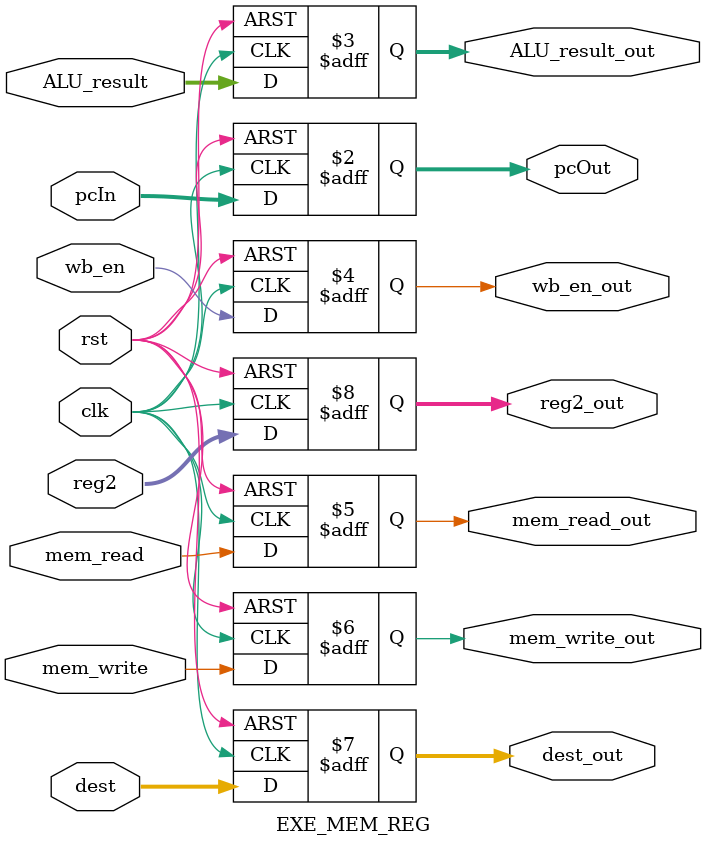
<source format=v>
module EXE_MEM_REG(
	input clk,
	input rst,
	input [31:0] pcIn,
	input [31:0] ALU_result,
	input wb_en,
	input mem_read,
	input mem_write,
	input [4:0] dest,
	input [31:0] reg2,
	output reg[31:0] pcOut,
	output reg[31:0] ALU_result_out,
	output reg wb_en_out,
	output reg mem_read_out,
	output reg mem_write_out,
	output reg [4:0] dest_out,
	output reg [31:0] reg2_out
);

	always@(posedge clk, posedge rst) begin
		if(rst) begin
			pcOut <= 32'b0;
			ALU_result_out <= 32'b0;
			wb_en_out <= 1'b0;
			mem_read_out <= 1'b0;
			mem_write_out <= 1'b0;
			dest_out <= 5'b0;
			reg2_out <= 32'b0;
		end
		else begin
			pcOut <= pcIn;
			ALU_result_out <= ALU_result;
			wb_en_out <= wb_en;
			mem_read_out <= mem_read;
			mem_write_out <= mem_write;
			dest_out <= dest;
			reg2_out <= reg2;
		end
	end

endmodule
</source>
